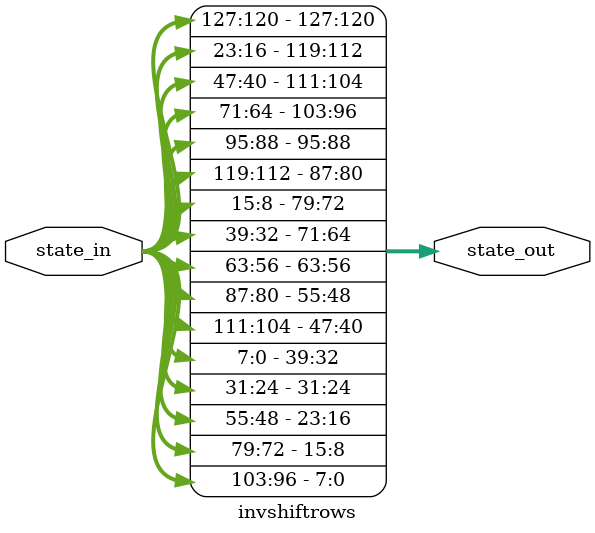
<source format=v>
`timescale 1ns / 1ps

module invshiftrows(
    input wire [127:0] state_in,
    output wire [127:0] state_out
);

assign state_out = {
    state_in[127:120], state_in[23:16], state_in[47:40], state_in[71:64],
    state_in[95:88],   state_in[119:112], state_in[15:8],  state_in[39:32],
    state_in[63:56],   state_in[87:80],   state_in[111:104], state_in[7:0],
    state_in[31:24],   state_in[55:48],   state_in[79:72], state_in[103:96]
};

endmodule


</source>
